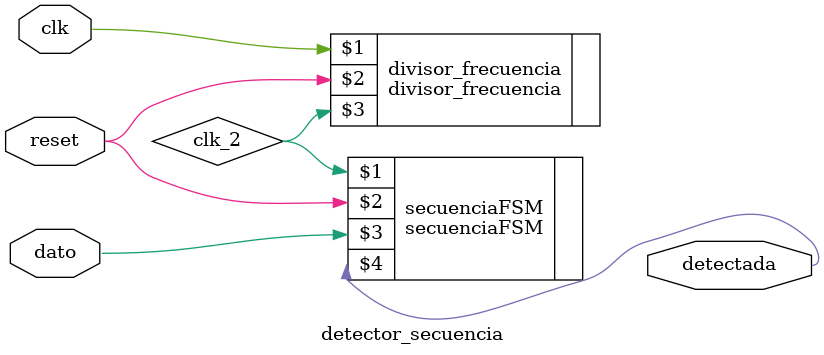
<source format=v>
`timescale 1ns / 1ps
module detector_secuencia(
    input clk,
    input reset,
    input dato,
    output detectada
    );

wire clk_2;

divisor_frecuencia divisor_frecuencia(clk, reset, clk_2);
secuenciaFSM secuenciaFSM(clk_2, reset, dato, detectada);

endmodule

</source>
